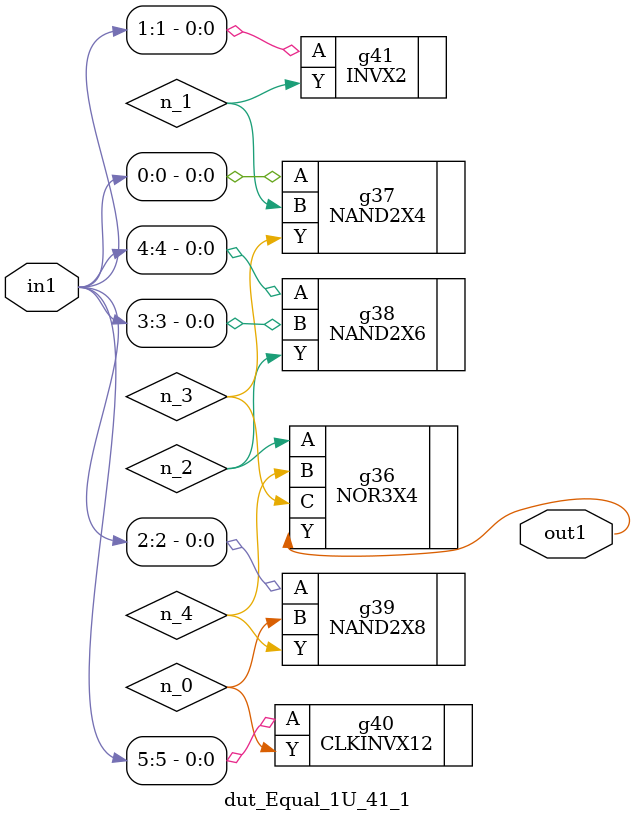
<source format=v>
`timescale 1ps / 1ps


module dut_Equal_1U_41_1(in1, out1);
  input [5:0] in1;
  output out1;
  wire [5:0] in1;
  wire out1;
  wire n_0, n_1, n_2, n_3, n_4;
  NOR3X4 g36(.A (n_2), .B (n_4), .C (n_3), .Y (out1));
  NAND2X8 g39(.A (in1[2]), .B (n_0), .Y (n_4));
  NAND2X4 g37(.A (in1[0]), .B (n_1), .Y (n_3));
  NAND2X6 g38(.A (in1[4]), .B (in1[3]), .Y (n_2));
  INVX2 g41(.A (in1[1]), .Y (n_1));
  CLKINVX12 g40(.A (in1[5]), .Y (n_0));
endmodule



</source>
